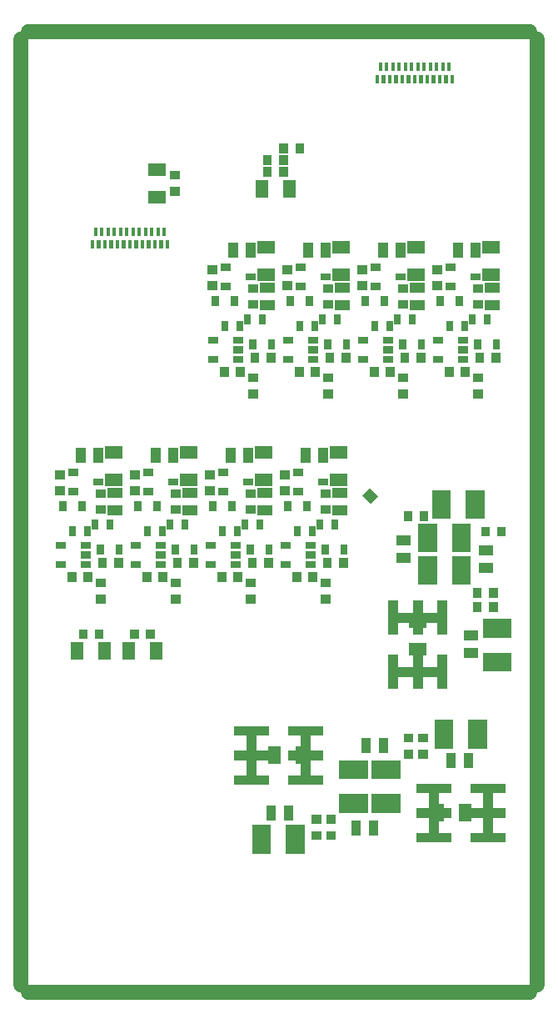
<source format=gbr>
G04 start of page 16 for group -4015 idx -4015 *
G04 Title: EPTPREAMPS, toppaste *
G04 Creator: pcb 1.99z *
G04 CreationDate: Do 09 Apr 2015 07:41:23 GMT UTC *
G04 For: stephan *
G04 Format: Gerber/RS-274X *
G04 PCB-Dimensions (mil): 2952.76 4724.41 *
G04 PCB-Coordinate-Origin: lower left *
%MOIN*%
%FSLAX25Y25*%
%LNTOPPASTE*%
%ADD247R,0.0394X0.0394*%
%ADD246C,0.0001*%
%ADD245R,0.0750X0.0750*%
%ADD244R,0.0145X0.0145*%
%ADD243R,0.0280X0.0280*%
%ADD242R,0.0394X0.0394*%
%ADD241R,0.0350X0.0350*%
%ADD240R,0.0500X0.0500*%
%ADD239C,0.0591*%
G54D239*X47244Y428150D02*X248031D01*
X250984Y425198D02*Y47245D01*
X47244Y44292D02*X248031D01*
X44291Y425198D02*Y47245D01*
G54D240*X151750Y366441D02*Y364441D01*
X140750Y366441D02*Y364441D01*
G54D241*X143050Y372391D02*Y371991D01*
X149450Y372391D02*Y371991D01*
G54D240*X231500Y331191D02*X233500D01*
X231500Y342191D02*X233500D01*
G54D241*X227050Y319241D02*X227450D01*
X227050Y325641D02*X227450D01*
G54D242*X232000Y325941D02*X234000D01*
X232000Y318941D02*X234000D01*
X226250Y341941D02*Y339941D01*
X219250Y341941D02*Y339941D01*
G54D243*X215600Y326441D02*X216800D01*
X215600Y334041D02*X216800D01*
X225800Y330241D02*X227000D01*
G54D241*X210800Y333141D02*X211200D01*
X210800Y326741D02*X211200D01*
G54D243*X220900Y297241D02*X222100D01*
X220900Y301041D02*X222100D01*
X220900Y304841D02*X222100D01*
X210700D02*X211900D01*
X210700Y297241D02*X211900D01*
G54D241*X222200Y292391D02*Y291991D01*
X215800Y292391D02*Y291991D01*
X228050Y298141D02*Y297741D01*
X234450Y298141D02*Y297741D01*
G54D243*X212250Y321341D02*Y320141D01*
X219850Y321341D02*Y320141D01*
X216050Y311141D02*Y309941D01*
X222050Y311141D02*Y309941D01*
X234750Y303741D02*Y302541D01*
X227150Y303741D02*Y302541D01*
X230950Y313941D02*Y312741D01*
X224950Y313941D02*Y312741D01*
G54D240*X201500Y331191D02*X203500D01*
X201500Y342191D02*X203500D01*
G54D241*X197050Y319241D02*X197450D01*
X197050Y325641D02*X197450D01*
G54D242*X202000Y325941D02*X204000D01*
X202000Y318941D02*X204000D01*
X196250Y341941D02*Y339941D01*
X189250Y341941D02*Y339941D01*
G54D243*X185600Y326441D02*X186800D01*
X185600Y334041D02*X186800D01*
X195800Y330241D02*X197000D01*
G54D241*X180800Y333141D02*X181200D01*
X180800Y326741D02*X181200D01*
G54D243*X190900Y297241D02*X192100D01*
X190900Y301041D02*X192100D01*
X190900Y304841D02*X192100D01*
X180700D02*X181900D01*
X180700Y297241D02*X181900D01*
G54D241*X192200Y292391D02*Y291991D01*
X185800Y292391D02*Y291991D01*
X198050Y298141D02*Y297741D01*
X204450Y298141D02*Y297741D01*
G54D243*X182250Y321341D02*Y320141D01*
X189850Y321341D02*Y320141D01*
X186050Y311141D02*Y309941D01*
X192050Y311141D02*Y309941D01*
X204750Y303741D02*Y302541D01*
X197150Y303741D02*Y302541D01*
X200950Y313941D02*Y312741D01*
X194950Y313941D02*Y312741D01*
G54D240*X171500Y331191D02*X173500D01*
X171500Y342191D02*X173500D01*
G54D241*X167050Y319241D02*X167450D01*
X167050Y325641D02*X167450D01*
G54D242*X172000Y325941D02*X174000D01*
X172000Y318941D02*X174000D01*
X166250Y341941D02*Y339941D01*
X159250Y341941D02*Y339941D01*
G54D243*X155600Y326441D02*X156800D01*
X155600Y334041D02*X156800D01*
X165800Y330241D02*X167000D01*
G54D241*X150800Y333141D02*X151200D01*
X150800Y326741D02*X151200D01*
G54D243*X160900Y297241D02*X162100D01*
X160900Y301041D02*X162100D01*
X160900Y304841D02*X162100D01*
X150700D02*X151900D01*
X150700Y297241D02*X151900D01*
G54D241*X162200Y292391D02*Y291991D01*
X155800Y292391D02*Y291991D01*
X168050Y298141D02*Y297741D01*
X174450Y298141D02*Y297741D01*
G54D243*X152250Y321341D02*Y320141D01*
X159850Y321341D02*Y320141D01*
X156050Y311141D02*Y309941D01*
X162050Y311141D02*Y309941D01*
X174750Y303741D02*Y302541D01*
X167150Y303741D02*Y302541D01*
X170950Y313941D02*Y312741D01*
X164950Y313941D02*Y312741D01*
G54D240*X141500Y331191D02*X143500D01*
X141500Y342191D02*X143500D01*
G54D241*X137050Y319241D02*X137450D01*
X137050Y325641D02*X137450D01*
G54D242*X142000Y325941D02*X144000D01*
X142000Y318941D02*X144000D01*
X136250Y341941D02*Y339941D01*
X129250Y341941D02*Y339941D01*
G54D243*X125600Y326441D02*X126800D01*
X125600Y334041D02*X126800D01*
X135800Y330241D02*X137000D01*
G54D241*X120800Y333141D02*X121200D01*
X120800Y326741D02*X121200D01*
G54D243*X130900Y297241D02*X132100D01*
X130900Y301041D02*X132100D01*
X130900Y304841D02*X132100D01*
X120700D02*X121900D01*
X120700Y297241D02*X121900D01*
G54D241*X132200Y292391D02*Y291991D01*
X125800Y292391D02*Y291991D01*
X138050Y298141D02*Y297741D01*
X144450Y298141D02*Y297741D01*
G54D243*X122250Y321341D02*Y320141D01*
X129850Y321341D02*Y320141D01*
X126050Y311141D02*Y309941D01*
X132050Y311141D02*Y309941D01*
X144750Y303741D02*Y302541D01*
X137150Y303741D02*Y302541D01*
X140950Y313941D02*Y312741D01*
X134950Y313941D02*Y312741D01*
G54D244*X73000Y344191D02*Y342191D01*
X75500Y344191D02*Y342191D01*
X78000Y344191D02*Y342191D01*
X80500Y344191D02*Y342191D01*
X83000Y344191D02*Y342191D01*
X85500Y344191D02*Y342191D01*
X88000Y344191D02*Y342191D01*
X90500Y344191D02*Y342191D01*
X93000Y344191D02*Y342191D01*
X95500Y344191D02*Y342191D01*
X98000Y344191D02*Y342191D01*
X100500Y344191D02*Y342191D01*
X103000Y344191D02*Y342191D01*
X89250Y349191D02*Y347191D01*
X91750Y349191D02*Y347191D01*
X94250Y349191D02*Y347191D01*
X96750Y349191D02*Y347191D01*
X99250Y349191D02*Y347191D01*
X101750Y349191D02*Y347191D01*
X74250Y349191D02*Y347191D01*
X76750Y349191D02*Y347191D01*
X79250Y349191D02*Y347191D01*
X81750Y349191D02*Y347191D01*
X84250Y349191D02*Y347191D01*
X86750Y349191D02*Y347191D01*
G54D240*X156750Y139941D02*Y137941D01*
X145750Y139941D02*Y137941D01*
X222250Y116941D02*Y114941D01*
X211250Y116941D02*Y114941D01*
G54D241*X162550Y113391D02*X162950D01*
X162550Y106991D02*X162950D01*
G54D242*X151500Y116941D02*Y114941D01*
X144500Y116941D02*Y114941D01*
G54D241*X205050Y139491D02*X205450D01*
X205050Y145891D02*X205450D01*
X168300Y106991D02*X168700D01*
X168300Y113391D02*X168700D01*
G54D242*X178500Y110941D02*Y108941D01*
X185500Y110941D02*Y108941D01*
G54D241*X199300Y139491D02*X199700D01*
X199300Y145891D02*X199700D01*
G54D242*X189500Y143941D02*Y141941D01*
X182500Y143941D02*Y141941D01*
X216500Y137941D02*Y135941D01*
X223500Y137941D02*Y135941D01*
G54D245*X213750Y149441D02*Y145441D01*
X227250Y149441D02*Y145441D01*
X140750Y107441D02*Y103441D01*
X154250Y107441D02*Y103441D01*
X220750Y227941D02*Y223941D01*
X207250Y227941D02*Y223941D01*
X220750Y214941D02*Y210941D01*
X207250Y214941D02*Y210941D01*
G54D242*X196500Y224941D02*X198500D01*
X196500Y217941D02*X198500D01*
X229500Y213941D02*X231500D01*
X229500Y220941D02*X231500D01*
G54D241*X227050Y198391D02*Y197991D01*
X233450Y198391D02*Y197991D01*
G54D242*X223500Y186941D02*X225500D01*
X223500Y179941D02*X225500D01*
G54D245*X226250Y241191D02*Y237191D01*
X212750Y241191D02*Y237191D01*
X233000Y189691D02*X237000D01*
X233000Y176191D02*X237000D01*
G54D241*X230300Y228641D02*Y228241D01*
X236700Y228641D02*Y228241D01*
X199300Y234891D02*Y234491D01*
X205700Y234891D02*Y234491D01*
X227050Y204141D02*Y203741D01*
X233450Y204141D02*Y203741D01*
G54D240*X202250Y192441D02*X204250D01*
X202250Y181441D02*X204250D01*
G54D243*X83750Y221741D02*Y220541D01*
X76150Y221741D02*Y220541D01*
X79950Y231941D02*Y230741D01*
X73950Y231941D02*Y230741D01*
X61250Y239341D02*Y238141D01*
X68850Y239341D02*Y238141D01*
X65050Y229141D02*Y227941D01*
X71050Y229141D02*Y227941D01*
G54D241*X77050Y216141D02*Y215741D01*
X83450Y216141D02*Y215741D01*
X71200Y210391D02*Y209991D01*
X64800Y210391D02*Y209991D01*
G54D243*X69900Y215241D02*X71100D01*
X69900Y219041D02*X71100D01*
X69900Y222841D02*X71100D01*
X59700D02*X60900D01*
X59700Y215241D02*X60900D01*
G54D241*X59800Y251141D02*X60200D01*
X59800Y244741D02*X60200D01*
G54D243*X64600Y244441D02*X65800D01*
X64600Y252041D02*X65800D01*
X74800Y248241D02*X76000D01*
G54D242*X75250Y259941D02*Y257941D01*
X68250Y259941D02*Y257941D01*
X81000Y243941D02*X83000D01*
X81000Y236941D02*X83000D01*
G54D241*X76050Y237241D02*X76450D01*
X76050Y243641D02*X76450D01*
G54D240*X80500Y249191D02*X82500D01*
X80500Y260191D02*X82500D01*
G54D243*X113750Y221741D02*Y220541D01*
X106150Y221741D02*Y220541D01*
X109950Y231941D02*Y230741D01*
X103950Y231941D02*Y230741D01*
X91250Y239341D02*Y238141D01*
X98850Y239341D02*Y238141D01*
X95050Y229141D02*Y227941D01*
X101050Y229141D02*Y227941D01*
G54D241*X107050Y216141D02*Y215741D01*
X113450Y216141D02*Y215741D01*
X101200Y210391D02*Y209991D01*
X94800Y210391D02*Y209991D01*
G54D243*X99900Y215241D02*X101100D01*
X99900Y219041D02*X101100D01*
X99900Y222841D02*X101100D01*
X89700D02*X90900D01*
X89700Y215241D02*X90900D01*
G54D241*X89800Y251141D02*X90200D01*
X89800Y244741D02*X90200D01*
G54D243*X94600Y244441D02*X95800D01*
X94600Y252041D02*X95800D01*
X104800Y248241D02*X106000D01*
G54D242*X105250Y259941D02*Y257941D01*
X98250Y259941D02*Y257941D01*
X111000Y243941D02*X113000D01*
X111000Y236941D02*X113000D01*
G54D241*X106050Y237241D02*X106450D01*
X106050Y243641D02*X106450D01*
G54D240*X110500Y249191D02*X112500D01*
X110500Y260191D02*X112500D01*
G54D243*X143750Y221741D02*Y220541D01*
X136150Y221741D02*Y220541D01*
X139950Y231941D02*Y230741D01*
X133950Y231941D02*Y230741D01*
X121250Y239341D02*Y238141D01*
X128850Y239341D02*Y238141D01*
X125050Y229141D02*Y227941D01*
X131050Y229141D02*Y227941D01*
G54D241*X137050Y216141D02*Y215741D01*
X143450Y216141D02*Y215741D01*
X131200Y210391D02*Y209991D01*
X124800Y210391D02*Y209991D01*
G54D243*X129900Y215241D02*X131100D01*
X129900Y219041D02*X131100D01*
X129900Y222841D02*X131100D01*
X119700D02*X120900D01*
X119700Y215241D02*X120900D01*
G54D241*X119800Y251141D02*X120200D01*
X119800Y244741D02*X120200D01*
G54D243*X124600Y244441D02*X125800D01*
X124600Y252041D02*X125800D01*
X134800Y248241D02*X136000D01*
G54D242*X135250Y259941D02*Y257941D01*
X128250Y259941D02*Y257941D01*
X141000Y243941D02*X143000D01*
X141000Y236941D02*X143000D01*
G54D241*X136050Y237241D02*X136450D01*
X136050Y243641D02*X136450D01*
G54D240*X140500Y249191D02*X142500D01*
X140500Y260191D02*X142500D01*
G54D243*X173750Y221741D02*Y220541D01*
X166150Y221741D02*Y220541D01*
X169950Y231941D02*Y230741D01*
X163950Y231941D02*Y230741D01*
X151250Y239341D02*Y238141D01*
X158850Y239341D02*Y238141D01*
X155050Y229141D02*Y227941D01*
X161050Y229141D02*Y227941D01*
G54D241*X167050Y216141D02*Y215741D01*
X173450Y216141D02*Y215741D01*
X161200Y210391D02*Y209991D01*
X154800Y210391D02*Y209991D01*
G54D243*X159900Y215241D02*X161100D01*
X159900Y219041D02*X161100D01*
X159900Y222841D02*X161100D01*
X149700D02*X150900D01*
X149700Y215241D02*X150900D01*
G54D241*X149800Y251141D02*X150200D01*
X149800Y244741D02*X150200D01*
G54D243*X154600Y244441D02*X155800D01*
X154600Y252041D02*X155800D01*
X164800Y248241D02*X166000D01*
G54D242*X165250Y259941D02*Y257941D01*
X158250Y259941D02*Y257941D01*
X171000Y243941D02*X173000D01*
X171000Y236941D02*X173000D01*
G54D241*X166050Y237241D02*X166450D01*
X166050Y243641D02*X166450D01*
G54D240*X170500Y249191D02*X172500D01*
X170500Y260191D02*X172500D01*
G54D241*X166050Y201491D02*X166450D01*
X166050Y207891D02*X166450D01*
X136050Y201491D02*X136450D01*
X136050Y207891D02*X136450D01*
X106050Y201491D02*X106450D01*
X106050Y207891D02*X106450D01*
X76050Y201491D02*X76450D01*
X76050Y207891D02*X76450D01*
X227050Y283491D02*X227450D01*
X227050Y289891D02*X227450D01*
X197050Y283491D02*X197450D01*
X197050Y289891D02*X197450D01*
X167050Y283491D02*X167450D01*
X167050Y289891D02*X167450D01*
X137050Y283491D02*X137450D01*
X137050Y289891D02*X137450D01*
G54D246*G36*
X184000Y245769D02*X187328Y242441D01*
X184500Y239613D01*
X181172Y242941D01*
X184000Y245769D01*
G37*
G54D245*X175500Y133191D02*X179500D01*
X175500Y119691D02*X179500D01*
X188500Y133191D02*X192500D01*
X188500Y119691D02*X192500D01*
G54D247*X213093Y198939D02*Y189096D01*
X203250Y198939D02*Y189096D01*
X193407Y198939D02*Y189096D01*
X195376Y194018D02*X211124D01*
X213093Y177285D02*Y167443D01*
X203250Y177285D02*Y167443D01*
X193407Y177285D02*Y167443D01*
X195376Y172364D02*X211124D01*
X204752Y125783D02*X214594D01*
X204752Y115941D02*X214594D01*
X204752Y106098D02*X214594D01*
X209673Y123815D02*Y108067D01*
X226406Y125783D02*X236248D01*
X226406Y115941D02*X236248D01*
X226406Y106098D02*X236248D01*
X231327Y123815D02*Y108067D01*
X153406Y129098D02*X163248D01*
X153406Y138941D02*X163248D01*
X153406Y148783D02*X163248D01*
X158327Y146815D02*Y131067D01*
X131752Y129098D02*X141594D01*
X131752Y138941D02*X141594D01*
X131752Y148783D02*X141594D01*
X136673Y146815D02*Y131067D01*
G54D241*X149450Y377141D02*Y376741D01*
X143050Y377141D02*Y376741D01*
X149550Y381891D02*Y381491D01*
X155950Y381891D02*Y381491D01*
G54D244*X187000Y410191D02*Y408191D01*
X189500Y410191D02*Y408191D01*
X192000Y410191D02*Y408191D01*
X194500Y410191D02*Y408191D01*
X197000Y410191D02*Y408191D01*
X199500Y410191D02*Y408191D01*
X202000Y410191D02*Y408191D01*
X204500Y410191D02*Y408191D01*
X207000Y410191D02*Y408191D01*
X209500Y410191D02*Y408191D01*
X212000Y410191D02*Y408191D01*
X214500Y410191D02*Y408191D01*
X217000Y410191D02*Y408191D01*
X203250Y415191D02*Y413191D01*
X205750Y415191D02*Y413191D01*
X208250Y415191D02*Y413191D01*
X210750Y415191D02*Y413191D01*
X213250Y415191D02*Y413191D01*
X215750Y415191D02*Y413191D01*
X188250Y415191D02*Y413191D01*
X190750Y415191D02*Y413191D01*
X193250Y415191D02*Y413191D01*
X195750Y415191D02*Y413191D01*
X198250Y415191D02*Y413191D01*
X200750Y415191D02*Y413191D01*
G54D241*X89800Y187641D02*Y187241D01*
X96200Y187641D02*Y187241D01*
G54D240*X98500Y181691D02*Y179691D01*
X87500Y181691D02*Y179691D01*
G54D241*X75700Y187641D02*Y187241D01*
X69300Y187641D02*Y187241D01*
G54D240*X67000Y181691D02*Y179691D01*
X78000Y181691D02*Y179691D01*
G54D241*X105800Y364491D02*X106200D01*
X105800Y370891D02*X106200D01*
G54D240*X97750Y373191D02*X99750D01*
X97750Y362191D02*X99750D01*
M02*

</source>
